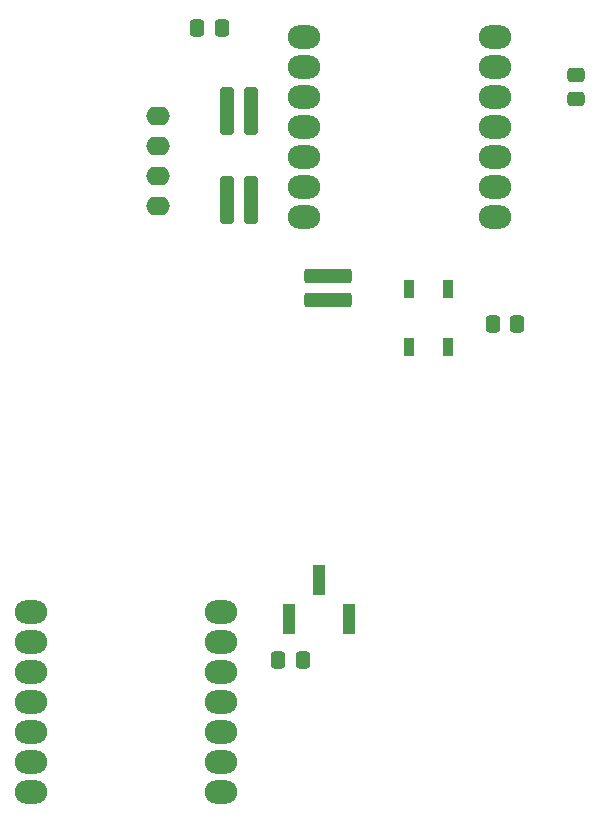
<source format=gbr>
%TF.GenerationSoftware,KiCad,Pcbnew,8.0.8*%
%TF.CreationDate,2025-02-05T21:11:50-08:00*%
%TF.ProjectId,KiCad,4b694361-642e-46b6-9963-61645f706362,1*%
%TF.SameCoordinates,Original*%
%TF.FileFunction,Soldermask,Top*%
%TF.FilePolarity,Negative*%
%FSLAX46Y46*%
G04 Gerber Fmt 4.6, Leading zero omitted, Abs format (unit mm)*
G04 Created by KiCad (PCBNEW 8.0.8) date 2025-02-05 21:11:50*
%MOMM*%
%LPD*%
G01*
G04 APERTURE LIST*
G04 Aperture macros list*
%AMRoundRect*
0 Rectangle with rounded corners*
0 $1 Rounding radius*
0 $2 $3 $4 $5 $6 $7 $8 $9 X,Y pos of 4 corners*
0 Add a 4 corners polygon primitive as box body*
4,1,4,$2,$3,$4,$5,$6,$7,$8,$9,$2,$3,0*
0 Add four circle primitives for the rounded corners*
1,1,$1+$1,$2,$3*
1,1,$1+$1,$4,$5*
1,1,$1+$1,$6,$7*
1,1,$1+$1,$8,$9*
0 Add four rect primitives between the rounded corners*
20,1,$1+$1,$2,$3,$4,$5,0*
20,1,$1+$1,$4,$5,$6,$7,0*
20,1,$1+$1,$6,$7,$8,$9,0*
20,1,$1+$1,$8,$9,$2,$3,0*%
G04 Aperture macros list end*
%ADD10RoundRect,1.000000X-0.375000X-0.000010X0.375000X-0.000010X0.375000X0.000010X-0.375000X0.000010X0*%
%ADD11RoundRect,0.250000X-1.775000X0.350000X-1.775000X-0.350000X1.775000X-0.350000X1.775000X0.350000X0*%
%ADD12RoundRect,0.250000X-0.350000X-1.775000X0.350000X-1.775000X0.350000X1.775000X-0.350000X1.775000X0*%
%ADD13RoundRect,0.090000X0.360000X-0.660000X0.360000X0.660000X-0.360000X0.660000X-0.360000X-0.660000X0*%
%ADD14RoundRect,0.250000X-0.337500X-0.475000X0.337500X-0.475000X0.337500X0.475000X-0.337500X0.475000X0*%
%ADD15RoundRect,0.250000X0.475000X-0.337500X0.475000X0.337500X-0.475000X0.337500X-0.475000X-0.337500X0*%
%ADD16O,2.000000X1.600000*%
%ADD17R,1.000000X2.510000*%
G04 APERTURE END LIST*
D10*
%TO.C,U3*%
X172665000Y-111880000D03*
X172665000Y-114420000D03*
X172665000Y-116960000D03*
X172665000Y-119500000D03*
X172665000Y-122040000D03*
X172665000Y-124580000D03*
X172665000Y-127120000D03*
X156500000Y-111880000D03*
X156500000Y-114420000D03*
X156500000Y-116960000D03*
X156500000Y-119500000D03*
X156500000Y-122040000D03*
X156500000Y-124580000D03*
X156500000Y-127120000D03*
%TD*%
%TO.C,U1*%
X195840000Y-63260000D03*
X195840000Y-65800000D03*
X195840000Y-68340000D03*
X195840000Y-70880000D03*
X195840000Y-73420000D03*
X195840000Y-75960000D03*
X195840000Y-78500000D03*
X179675000Y-63260000D03*
X179675000Y-65800000D03*
X179675000Y-68340000D03*
X179675000Y-70880000D03*
X179675000Y-73420000D03*
X179675000Y-75960000D03*
X179675000Y-78500000D03*
%TD*%
D11*
%TO.C,R3*%
X181675000Y-85525000D03*
X181675000Y-83475000D03*
%TD*%
D12*
%TO.C,R2*%
X175200000Y-77000000D03*
X173150000Y-77000000D03*
%TD*%
%TO.C,R1*%
X175200000Y-69500000D03*
X173150000Y-69500000D03*
%TD*%
D13*
%TO.C,D1*%
X188525000Y-89450000D03*
X191825000Y-89450000D03*
X191825000Y-84550000D03*
X188525000Y-84550000D03*
%TD*%
D14*
%TO.C,C3*%
X172675000Y-62500000D03*
X170600000Y-62500000D03*
%TD*%
%TO.C,C2*%
X195637500Y-87500000D03*
X197712500Y-87500000D03*
%TD*%
D15*
%TO.C,C1*%
X202675000Y-66425000D03*
X202675000Y-68500000D03*
%TD*%
D16*
%TO.C,Brd1*%
X167275000Y-72420000D03*
X167275000Y-69880000D03*
X167275000Y-74960000D03*
X167275000Y-77500000D03*
%TD*%
D14*
%TO.C,C4*%
X179537500Y-116000000D03*
X177462500Y-116000000D03*
%TD*%
D17*
%TO.C,J1*%
X183500000Y-112500000D03*
X180960000Y-109190000D03*
X178420000Y-112500000D03*
%TD*%
M02*

</source>
